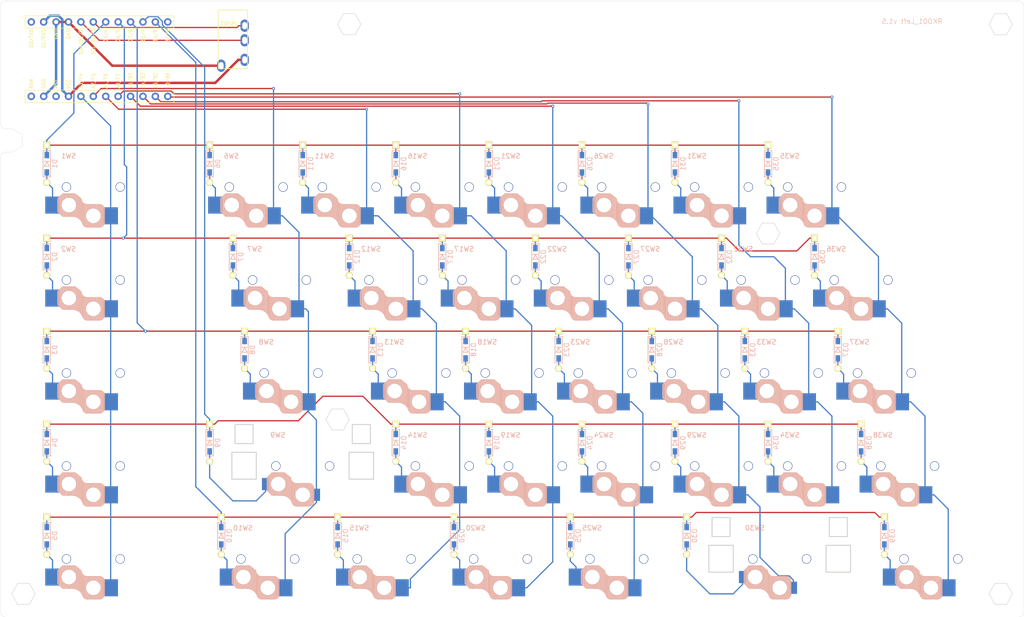
<source format=kicad_pcb>
(kicad_pcb (version 20240108) (generator "pcbnew") (generator_version "8.0")
  (layers (0 "F.Cu" signal) (31 "B.Cu" signal) (34 "B.Paste" user) (35 "F.Paste" user) (36 "B.SilkS" user "B.Silkscreen") (37 "F.SilkS" user "F.Silkscreen") (38 "B.Mask" user) (39 "F.Mask" user) (44 "Edge.Cuts" user))
  (net 0 "")
  (net 1 "Row0")
  (net 2 "Net-(D35-A)")
  (net 3 "Net-(D36-A)")
  (net 4 "Row1")
  (net 5 "Row2")
  (net 6 "Net-(D37-A)")
  (net 7 "Net-(D38-A)")
  (net 8 "Row3")
  (net 9 "Row4")
  (net 10 "Net-(D39-A)")
  (net 11 "Net-(D6-A)")
  (net 12 "Net-(D7-A)")
  (net 13 "Net-(D8-A)")
  (net 14 "Net-(D9-A)")
  (net 15 "Net-(D10-A)")
  (net 16 "Net-(D11-A)")
  (net 17 "Net-(D12-A)")
  (net 18 "Net-(D13-A)")
  (net 19 "Net-(D14-A)")
  (net 20 "Net-(D15-A)")
  (net 21 "Net-(D16-A)")
  (net 22 "Net-(D17-A)")
  (net 23 "Net-(D18-A)")
  (net 24 "Net-(D19-A)")
  (net 25 "Net-(D20-A)")
  (net 26 "Net-(D21-A)")
  (net 27 "Net-(D22-A)")
  (net 28 "Net-(D23-A)")
  (net 29 "Net-(D24-A)")
  (net 30 "Net-(D25-A)")
  (net 31 "Net-(D26-A)")
  (net 32 "Net-(D27-A)")
  (net 33 "Net-(D28-A)")
  (net 34 "Net-(D29-A)")
  (net 35 "Net-(D30-A)")
  (net 36 "Net-(D31-A)")
  (net 37 "Net-(D32-A)")
  (net 38 "Net-(D33-A)")
  (net 39 "Net-(D34-A)")
  (net 40 "SDA")
  (net 41 "GND")
  (net 42 "SCL")
  (net 43 "VCC")
  (net 44 "Col0")
  (net 45 "Col1")
  (net 46 "Col2")
  (net 47 "Col3")
  (net 48 "Col4")
  (net 49 "Col5")
  (net 50 "Col6")
  (net 54 "Net-(D1-A)")
  (net 56 "Net-(D2-A)")
  (net 57 "Net-(D3-A)")
  (net 58 "Net-(D4-A)")
  (net 59 "Net-(D5-A)")
  (net 60 "Col7")
  (footprint "kbd_SW:Choc_Hotswap_1u" (layer "F.Cu") (at 130.9688 57.15)
    (property "Reference" "SW21")
    (property "Value" "SW_Push" (hide yes))
  )
  (footprint "kbd_Hole:m2_Spacer_Hole_hex" (layer "F.Cu") (at 178.5938 66.675)
    (property "Reference" "M7")
    (property "Value" "Mark")
    (fp_line (start -2.4 0) (end -1.2 2.15) (stroke (width 0.1)) (layer "Edge.Cuts"))
    (fp_line (start -1.2 -2.15) (end -2.4 0) (stroke (width 0.1)) (layer "Edge.Cuts"))
    (fp_line (start -1.2 2.15) (end 1.2 2.15) (stroke (width 0.1)) (layer "Edge.Cuts"))
    (fp_line (start 1.2 -2.15) (end -1.2 -2.15) (stroke (width 0.1)) (layer "Edge.Cuts"))
    (fp_line (start 1.2 2.15) (end 2.4 0) (stroke (width 0.1)) (layer "Edge.Cuts"))
    (fp_line (start 2.4 0) (end 1.2 -2.15) (stroke (width 0.1)) (layer "Edge.Cuts"))
  )
  (footprint "kbd_Parts:Diode_TH_SMD" (layer "F.Cu") (at 197.6438 109.5375 -90)
    (property "Reference" "D38")
    (property "Value" "D" (hide yes))
  )
  (footprint "kbd_Parts:Diode_TH_SMD" (layer "F.Cu") (at 154.7813 90.4875 -90)
    (property "Reference" "D28")
    (property "Value" "D" (hide yes))
  )
  (footprint "kbd_SW:Choc_Hotswap_1u" (layer "F.Cu") (at 40.4813 114.3)
    (property "Reference" "SW4" (hide yes))
    (property "Value" "SW_Push" (hide yes))
  )
  (footprint "kbd_SW:Choc_Hotswap_1u" (layer "F.Cu") (at 211.9313 133.35)
    (property "Reference" "SW39" (hide yes))
    (property "Value" "SW_Push" (hide yes))
  )
  (footprint "kbd_Hole:m2_Screw_Hole" (layer "F.Cu") (at 83.3438 26.1937)
    (property "Reference" "M5")
    (property "Value" "Mark")
  )
  (footprint "kbd_SW:Choc_Hotswap_1u" (layer "F.Cu") (at 121.4438 76.2)
    (property "Reference" "SW17")
    (property "Value" "SW_Push" (hide yes))
  )
  (footprint "kbd_SW:Choc_Hotswap_1u" (layer "F.Cu") (at 107.1563 95.25)
    (property "Reference" "SW13")
    (property "Value" "SW_Push" (hide yes))
  )
  (footprint "kbd_SW:Choc_Hotswap_1u" (layer "F.Cu") (at 145.2563 95.25)
    (property "Reference" "SW23")
    (property "Value" "SW_Push" (hide yes))
  )
  (footprint "kbd_Parts:Diode_TH_SMD" (layer "F.Cu") (at 135.7313 90.4875 -90)
    (property "Reference" "D23")
    (property "Value" "D" (hide yes))
  )
  (footprint "kbd_Parts:Diode_TH_SMD" (layer "F.Cu") (at 66.6751 128.5875 -90)
    (property "Reference" "D10")
    (property "Value" "D" (hide yes))
  )
  (footprint "kbd_SW:Choc_Hotswap_1u" (layer "F.Cu") (at 111.9188 114.3)
    (property "Reference" "SW14")
    (property "Value" "SW_Push" (hide yes))
  )
  (footprint "kbd_SW:Choc_Hotswap_1u" (layer "F.Cu") (at 100.0126 133.35)
    (property "Reference" "SW15")
    (property "Value" "SW_Push" (hide yes))
  )
  (footprint "BrownSugar_KBD:ProMicro_r" (layer "F.Cu") (at 40.4813 30.9562 90)
    (property "Reference" "U1" (hide yes))
    (property "Value" "ProMicro" (hide yes))
  )
  (footprint "kbd_Parts:Diode_TH_SMD" (layer "F.Cu") (at 30.9563 90.4875 -90)
    (property "Reference" "D3")
    (property "Value" "D" (hide yes))
  )
  (footprint "kbd_Parts:Diode_TH_SMD" (layer "F.Cu") (at 114.3001 128.5875 -90)
    (property "Reference" "D20")
    (property "Value" "D" (hide yes))
  )
  (footprint "kbd_Parts:Diode_TH_SMD" (layer "F.Cu") (at 69.0563 71.4375 -90)
    (property "Reference" "D7")
    (property "Value" "D" (hide yes))
  )
  (footprint "kbd_Parts:Diode_TH_SMD" (layer "F.Cu") (at 178.5938 109.5375 -90)
    (property "Reference" "D34")
    (property "Value" "D" (hide yes))
  )
  (footprint "kbd_SW:Choc_Hotswap_1u" (layer "F.Cu") (at 102.3938 76.2)
    (property "Reference" "SW12")
    (property "Value" "SW_Push" (hide yes))
  )
  (footprint "kbd_Parts:Diode_TH_SMD" (layer "F.Cu") (at 30.9563 71.4375 -90)
    (property "Reference" "D2")
    (property "Value" "D" (hide yes))
  )
  (footprint "kbd_Hole:m2_Spacer_Hole_hex" (layer "F.Cu") (at 90.4875 104.775)
    (property "Reference" "M8")
    (property "Value" "Mark")
    (fp_line (start -2.4 0) (end -1.2 2.15) (stroke (width 0.1)) (layer "Edge.Cuts"))
    (fp_line (start -1.2 -2.15) (end -2.4 0) (stroke (width 0.1)) (layer "Edge.Cuts"))
    (fp_line (start -1.2 2.15) (end 1.2 2.15) (stroke (width 0.1)) (layer "Edge.Cuts"))
    (fp_line (start 1.2 -2.15) (end -1.2 -2.15) (stroke (width 0.1)) (layer "Edge.Cuts"))
    (fp_line (start 1.2 2.15) (end 2.4 0) (stroke (width 0.1)) (layer "Edge.Cuts"))
    (fp_line (start 2.4 0) (end 1.2 -2.15) (stroke (width 0.1)) (layer "Edge.Cuts"))
  )
  (footprint "kbd_SW:Choc_Hotswap_1u" (layer "F.Cu") (at 183.3563 95.25)
    (property "Reference" "SW33")
    (property "Value" "SW_Push" (hide yes))
  )
  (footprint "kbd_SW:Choc_Hotswap_1u" (layer "F.Cu") (at 147.6376 133.35)
    (property "Reference" "SW25")
    (property "Value" "SW_Push" (hide yes))
  )
  (footprint "kbd_SW:Choc_Hotswap_1u" (layer "F.Cu") (at 92.8688 57.15)
    (property "Reference" "SW11")
    (property "Value" "SW_Push" (hide yes))
  )
  (footprint "BrownSugar_KBD:TRRS_PJ-320A" (layer "F.Cu") (at 69.0563 20.8987)
    (property "Reference" "J1")
    (property "Value" "TRRS" (hide yes))
  )
  (footprint "kbd_Parts:Diode_TH_SMD" (layer "F.Cu") (at 169.0688 71.4375 -90)
    (property "Reference" "D32")
    (property "Value" "D" (hide yes))
  )
  (footprint "kbd_SW:Choc_Hotswap_1u" (layer "F.Cu") (at 140.4938 76.2)
    (property "Reference" "SW22")
    (property "Value" "SW_Push" (hide yes))
  )
  (footprint "kbd_Hole:m2_Spacer_Hole_hex" (layer "F.Cu") (at 226.2188 23.8125)
    (property "Reference" "M2")
    (property "Value" "Mark")
    (fp_line (start -2.4 0) (end -1.2 2.15) (stroke (width 0.1)) (layer "Edge.Cuts"))
    (fp_line (start -1.2 -2.15) (end -2.4 0) (stroke (width 0.1)) (layer "Edge.Cuts"))
    (fp_line (start -1.2 2.15) (end 1.2 2.15) (stroke (width 0.1)) (layer "Edge.Cuts"))
    (fp_line (start 1.2 -2.15) (end -1.2 -2.15) (stroke (width 0.1)) (layer "Edge.Cuts"))
    (fp_line (start 1.2 2.15) (end 2.4 0) (stroke (width 0.1)) (layer "Edge.Cuts"))
    (fp_line (start 2.4 0) (end 1.2 -2.15) (stroke (width 0.1)) (layer "Edge.Cuts"))
  )
  (footprint "kbd_Parts:Diode_TH_SMD" (layer "F.Cu") (at 159.5438 109.5375 -90)
    (property "Reference" "D29")
    (property "Value" "D" (hide yes))
  )
  (footprint "kbd_Hole:m2_Screw_Hole" (layer "F.Cu") (at 83.3438 35.7187)
    (property "Reference" "M6")
    (property "Value" "Mark")
  )
  (footprint "kbd_Parts:Diode_TH_SMD" (layer "F.Cu") (at 202.4063 128.5875 -90)
    (property "Reference" "D39")
    (property "Value" "D" (hide yes))
  )
  (footprint "kbd_SW:Choc_Hotswap_1u" (layer "F.Cu") (at 159.5438 76.2)
    (property "Reference" "SW27")
    (property "Value" "SW_Push" (hide yes))
  )
  (footprint "kbd_Parts:Diode_TH_SMD" (layer "F.Cu") (at 30.9563 109.5375 -90)
    (property "Reference" "D4")
    (property "Value" "D" (hide yes))
  )
  (footprint "kbd_SW:Choc_Hotswap_1u" (layer "F.Cu") (at 130.9688 114.3)
    (property "Reference" "SW19")
    (property "Value" "SW_Push" (hide yes))
  )
  (footprint "kbd_Parts:Diode_TH_SMD" (layer "F.Cu") (at 97.6313 90.4875 -90)
    (property "Reference" "D13")
    (property "Value" "D" (hide yes))
  )
  (footprint "kbd_Parts:Diode_TH_SMD" (layer "F.Cu") (at 30.9563 128.5875 -90)
    (property "Reference" "D5")
    (property "Value" "D" (hide yes))
  )
  (footprint "kbd_SW:Choc_Hotswap_1u" (layer "F.Cu") (at 169.0688 114.3)
    (property "Reference" "SW29")
    (property "Value" "SW_Push" (hide yes))
  )
  (footprint "kbd_SW:Choc_Hotswap_1u" (layer "F.Cu") (at 76.2001 133.35)
    (property "Reference" "SW10")
    (property "Value" "SW_Push" (hide yes))
  )
  (footprint "kbd_Parts:Diode_TH_SMD" (layer "F.Cu") (at 159.5438 52.3875 -90)
    (property "Reference" "D31")
    (property "Value" "D" (hide yes))
  )
  (footprint "kbd_SW:Choc_Hotswap_1u" (layer "F.Cu") (at 197.6438 76.2)
    (property "Reference" "SW36")
    (property "Value" "SW_Push" (hide yes))
  )
  (footprint "kbd_SW:Choc_Hotswap_1u" (layer "F.Cu") (at 126.2063 95.25)
    (property "Reference" "SW18")
    (property "Value" "SW_Push" (hide yes))
  )
  (footprint "kbd_SW:Choc_Hotswap_1u" (layer "F.Cu") (at 111.9188 57.15)
    (property "Reference" "SW16")
    (property "Value" "SW_Push" (hide yes))
  )
  (footprint "kbd_Hole:m2_Spacer_Hole_hex" (layer "F.Cu") (at 92.8688 23.8125)
    (property "Reference" "M1")
    (property "Value" "Mark")
    (fp_line (start -2.4 0) (end -1.2 2.15) (stroke (width 0.1)) (layer "Edge.Cuts"))
    (fp_line (start -1.2 -2.15) (end -2.4 0) (stroke (width 0.1)) (layer "Edge.Cuts"))
    (fp_line (start -1.2 2.15) (end 1.2 2.15) (stroke (width 0.1)) (layer "Edge.Cuts"))
    (fp_line (start 1.2 -2.15) (end -1.2 -2.15) (stroke (width 0.1)) (layer "Edge.Cuts"))
    (fp_line (start 1.2 2.15) (end 2.4 0) (stroke (width 0.1)) (layer "Edge.Cuts"))
    (fp_line (start 2.4 0) (end 1.2 -2.15) (stroke (width 0.1)) (layer "Edge.Cuts"))
  )
  (footprint "kbd_SW:Choc_Hotswap_1u" (layer "F.Cu") (at 188.1188 57.15)
    (property "Reference" "SW35")
    (property "Value" "SW_Push" (hide yes))
  )
  (footprint "kbd_Parts:Diode_TH_SMD" (layer "F.Cu") (at 121.4438 109.5375 -90)
    (property "Reference" "D19")
    (property "Value" "D" (hide yes))
  )
  (footprint "kbd_Hole:m2_Spacer_Hole_hex" (layer "F.Cu") (at 226.2188 140.4937)
    (property "Reference" "M4")
    (property "Value" "Mark")
    (fp_line (start -2.4 0) (end -1.2 2.15) (stroke (width 0.1)) (layer "Edge.Cuts"))
    (fp_line (start -1.2 -2.15) (end -2.4 0) (stroke (width 0.1)) (layer "Edge.Cuts"))
    (fp_line (start -1.2 2.15) (end 1.2 2.15) (stroke (width 0.1)) (layer "Edge.Cuts"))
    (fp_line (start 1.2 -2.15) (end -1.2 -2.15) (stroke (width 0.1)) (layer "Edge.Cuts"))
    (fp_line (start 1.2 2.15) (end 2.4 0) (stroke (width 0.1)) (layer "Edge.Cuts"))
    (fp_line (start 2.4 0) (end 1.2 -2.15) (stroke (width 0.1)) (layer "Edge.Cuts"))
  )
  (footprint "kbd_Parts:Diode_TH_SMD" (layer "F.Cu") (at 64.2938 109.5375 -90)
    (property "Reference" "D9")
    (property "Value" "D" (hide yes))
  )
  (footprint "kbd_SW:Choc_Hotswap_1u" (layer "F.Cu") (at 188.1188 114.3)
    (property "Reference" "SW34")
    (property "Value" "SW_Push" (hide yes))
  )
  (footprint "kbd_Parts:Diode_TH_SMD" (layer "F.Cu") (at 173.8313 90.4875 -90)
    (property "Reference" "D33")
    (property "Value" "D" (hide yes))
  )
  (footprint "kbd_SW:Choc_Hotswap_1u" (layer "F.Cu") (at 164.3063 95.25)
    (property "Reference" "SW28")
    (property "Value" "SW_Push" (hide yes))
  )
  (footprint "kbd_SW:Choc_Hotswap_1u" (layer "F.Cu") (at 169.0688 57.15)
    (property "Reference" "SW31")
    (property "Value" "SW_Push" (hide yes))
  )
  (footprint "kbd_SW:Choc_Hotswap_1u" (layer "F.Cu") (at 73.8188 57.15)
    (property "Reference" "SW6")
    (property "Value" "SW_Push" (hide yes))
  )
  (footprint "kbd_Parts:Diode_TH_SMD" (layer "F.Cu") (at 30.9563 52.3875 -90)
    (property "Reference" "D1")
    (property "Value" "D" (hide yes))
  )
  (footprint "kbd_Parts:Diode_TH_SMD" (layer "F.Cu") (at 121.4438 52.3875 -90)
    (property "Reference" "D21")
    (property "Value" "D" (hide yes))
  )
  (footprint "kbd_Parts:Diode_TH_SMD" (layer "F.Cu") (at 92.8688 71.4375 -90)
    (property "Reference" "D12")
    (property "Value" "D" (hide yes))
  )
  (footprint "kbd_Parts:Diode_TH_SMD" (layer "F.Cu") (at 64.2938 52.3875 -90)
    (property "Reference" "D6")
    (property "Value" "D" (hide yes))
  )
  (footprint "kbd_SW:Choc_Hotswap_1u" (layer "F.Cu") (at 150.0188 57.15)
    (property "Reference" "SW26")
    (property "Value" "SW_Push" (hide yes))
  )
  (footprint "kbd_Parts:Diode_TH_SMD" (layer "F.Cu") (at 140.4938 52.3875 -90)
    (property "Reference" "D26")
    (property "Value" "D" (hide yes))
  )
  (footprint "kbd_Parts:Diode_TH_SMD" (layer "F.Cu") (at 71.4376 90.4875 -90)
    (property "Reference" "D8")
    (property "Value" "D" (hide yes))
  )
  (footprint "kbd_Parts:Diode_TH_SMD" (layer "F.Cu") (at 102.3938 109.5375 -90)
    (property "Reference" "D14")
    (property "Value" "D" (hide yes))
  )
  (footprint "kbd_SW:Choc_Hotswap_1u" (layer "F.Cu") (at 40.4813 57.15)
    (property "Reference" "SW1")
    (property "Value" "SW_Push" (hide yes))
  )
  (footprint "kbd_SW:Choc_Hotswap_1u" (layer "F.Cu") (at 202.4063 95.25)
    (property "Reference" "SW37")
    (property "Value" "SW_Push" (hide yes))
  )
  (footprint "kbd_Parts:Diode_TH_SMD" (layer "F.Cu") (at 83.3438 52.3875 -90)
    (property "Reference" "D11")
    (property "Value" "D" (hide yes))
  )
  (footprint "kbd_SW:Choc_Hotswap_1u" (layer "F.Cu") (at 78.5813 76.2)
    (property "Reference" "SW7")
    (property "Value" "SW_Push" (hide yes))
  )
  (footprint "kbd_SW:Choc_Hotswap_1u" (layer "F.Cu") (at 150.0188 114.3)
    (property "Reference" "SW24")
    (property "Value" "SW_Push" (hide yes))
  )
  (footprint "kbd_Parts:Diode_TH_SMD" (layer "F.Cu") (at 178.5938 52.3875 -90)
    (property "Reference" "D35")
    (property "Value" "D" (hide yes))
  )
  (footprint "kbd_Parts:Diode_TH_SMD" (layer "F.Cu") (at 138.1126 128.5875 -90)
    (property "Reference" "D25")
    (property "Value" "D" (hide yes))
  )
  (footprint "kbd_Parts:Diode_TH_SMD" (layer "F.Cu") (at 192.8813 90.4875 -90)
    (property "Reference" "D37")
    (property "Value" "D" (hide yes))
  )
  (footprint "kbd_SW:Choc_Hotswap_1u" (layer "F.Cu") (at 80.9626 95.25)
    (property "Reference" "SW8")
    (property "Value" "SW_Push" (hide yes))
  )
  (footprint "kbd_Parts:Diode_TH_SMD" (layer "F.Cu") (at 90.4876 128.5875 -90)
    (property "Reference" "D15")
    (property "Value" "D" (hide yes))
  )
  (footprint "kbd_Parts:Diode_TH_SMD" (layer "F.Cu") (at 140.4938 109.5375 -90)
    (property "Reference" "D24")
    (property "Value" "D" (hide yes))
  )
  (footprint "kbd_Parts:Diode_TH_SMD" (layer "F.Cu") (at 150.0188 71.4375 -90)
    (property "Reference" "D27")
    (property "Value" "D" (hide yes))
  )
  (footprint "kbd_Hole:m2_Spacer_Hole_hex" (layer "F.Cu") (at 26.1938 140.4937)
    (property "Reference" "M3")
    (property "Value" "Mark")
    (fp_line (start -2.4 0) (end -1.2 2.15) (stroke (width 0.1)) (layer "Edge.Cuts"))
    (fp_line (start -1.2 -2.15) (end -2.4 0) (stroke (width 0.1)) (layer "Edge.Cuts"))
    (fp_line (start -1.2 2.15) (end 1.2 2.15) (stroke (width 0.1)) (layer "Edge.Cuts"))
    (fp_line (start 1.2 -2.15) (end -1.2 -2.15) (stroke (width 0.1)) (layer "Edge.Cuts"))
    (fp_line (start 1.2 2.15) (end 2.4 0) (stroke (width 0.1)) (layer "Edge.Cuts"))
    (fp_line (start 2.4 0) (end 1.2 -2.15) (stroke (width 0.1)) (layer "Edge.Cuts"))
  )
  (footprint "kbd_Parts:Diode_TH_SMD" (layer "F.Cu") (at 116.6813 90.4875 -90)
    (property "Reference" "D18")
    (property "Value" "D" (hide yes))
  )
  (footprint "kbd_SW:Choc_Hotswap_1u" (layer "F.Cu") (at 40.4813 95.25)
    (property "Reference" "SW3" (hide yes))
    (property "Value" "SW_Push" (hide yes))
  )
  (footprint "kbd_SW:Choc_Hotswap_2u_Stab" (layer "F.Cu") (at 83.3438 114.3)
    (property "Reference" "SW9")
    (property "Value" "SW_Push" (hide yes))
    (fp_line (start -14.5 -2.8) (end -9.5 -2.8) (stroke (width 0.2)) (layer "Edge.Cuts"))
    (fp_line (start -14.5 2.7) (end -14.5 -2.8) (stroke (width 0.2)) (layer "Edge.Cuts"))
    (fp_line (start -13.85 -8.5) (end -10.15 -8.5) (stroke (width 0.2)) (layer "Edge.Cuts"))
    (fp_line (start -13.85 -4.6) (end -13.85 -8.5) (stroke (width 0.2)) (layer "Edge.Cuts"))
    (fp_line (start -10.15 -8.5) (end -10.15 -4.6) (stroke (width 0.2)) (layer "Edge.Cuts"))
    (fp_line (start -10.15 -4.6) (end -13.85 -4.6) (stroke (width 0.2)) (layer "Edge.Cuts"))
    (fp_line (start -9.5 -2.8) (end -9.5 2.7) (stroke (width 0.2)) (layer "Edge.Cuts"))
    (fp_line (start -9.5 2.7) (end -14.5 2.7) (stroke (width 0.2)) (layer "Edge.Cuts"))
    (fp_line (start 9.5 -2.8) (end 9.5 2.7) (stroke (width 0.2)) (layer "Edge.Cuts"))
    (fp_line (start 9.5 2.7) (end 14.5 2.7) (stroke (width 0.2)) (layer "Edge.Cuts"))
    (fp_line (start 10.15 -8.5) (end 10.15 -4.6) (stroke (width 0.2)) (layer "Edge.Cuts"))
    (fp_line (start 10.15 -4.6) (end 13.85 -4.6) (stroke (width 0.2)) (layer "Edge.Cuts"))
    (fp_line (start 13.85 -8.5) (end 10.15 -8.5) (stroke (width 0.2)) (layer "Edge.Cuts"))
    (fp_line (start 13.85 -8.5) (end 13.85 -4.6) (stroke (width 0.2)) (layer "Edge.Cuts"))
    (fp_line (start 14.5 -2.8) (end 9.5 -2.8) (stroke (width 0.2)) (layer "Edge.Cuts"))
    (fp_line (start 14.5 2.7) (end 14.5 -2.8) (stroke (width 0.2)) (layer "Edge.Cuts"))
  )
  (footprint "kbd_SW:Choc_Hotswap_1u" (layer "F.Cu") (at 178.5938 76.2)
    (property "Reference" "SW32")
    (property "Value" "SW_Push" (hide yes))
  )
  (footprint "kbd_Parts:Diode_TH_SMD" (layer "F.Cu") (at 111.9188 71.4375 -90)
    (property "Reference" "D17")
    (property "Value" "D" (hide yes))
  )
  (footprint "kbd_SW:Choc_Hotswap_1u" (layer "F.Cu") (at 40.4813 133.35)
    (property "Reference" "SW5" (hide yes))
    (property "Value" "SW_Push" (hide yes))
  )
  (footprint "kbd_Parts:Diode_TH_SMD" (layer "F.Cu") (at 161.9251 128.5875 -90)
    (property "Reference" "D30")
    (property "Value" "D" (hide yes))
  )
  (footprint "kbd_Parts:Diode_TH_SMD" (layer "F.Cu") (at 130.9688 71.4375 -90)
    (property "Reference" "D22")
    (property "Value" "D" (hide yes))
  )
  (footprint "kbd_Parts:Diode_TH_SMD" (layer "F.Cu") (at 102.3938 52.3875 -90)
    (property "Reference" "D16")
    (property "Value" "D" (hide yes))
  )
  (footprint "kbd_SW:Choc_Hotswap_1u" (layer "F.Cu") (at 40.4813 76.2)
    (property "Reference" "SW2")
    (property "Value" "SW_Push" (hide yes))
  )
  (footprint "kbd_SW:Choc_Hotswap_1u" (layer "F.Cu") (at 207.1688 114.3)
    (property "Reference" "SW38")
    (property "Value" "SW_Push" (hide yes))
  )
  (footprint "kbd_SW:Choc_Hotswap_2u_Stab" (layer "F.Cu") (at 180.9751 133.35)
    (property "Reference" "SW30")
    (property "Value" "SW_Push" (hide yes))
    (fp_line (start -14.5 -2.8) (end -9.5 -2.8) (stroke (width 0.2)) (layer "Edge.Cuts"))
    (fp_line (start -14.5 2.7) (end -14.5 -2.8) (stroke (width 0.2)) (layer "Edge.Cuts"))
    (fp_line (start -13.85 -8.5) (end -10.15 -8.5) (stroke (width 0.2)) (layer "Edge.Cuts"))
    (fp_line (start -13.85 -4.6) (end -13.85 -8.5) (stroke (width 0.2)) (layer "Edge.Cuts"))
    (fp_line (start -10.15 -8.5) (end -10.15 -4.6) (stroke (width 0.2)) (layer "Edge.Cuts"))
    (fp_line (start -10.15 -4.6) (end -13.85 -4.6) (stroke (width 0.2)) (layer "Edge.Cuts"))
    (fp_line (start -9.5 -2.8) (end -9.5 2.7) (stroke (width 0.2)) (layer "Edge.Cuts"))
    (fp_line (start -9.5 2.7) (end -14.5 2.7) (stroke (width 0.2)) (layer "Edge.Cuts"))
    (fp_line (start 9.5 -2.8) (end 9.5 2.7) (stroke (width 0.2)) (layer "Edge.Cuts"))
    (fp_line (start 9.5 2.7) (end 14.5 2.7) (stroke (width 0.2)) (layer "Edge.Cuts"))
    (fp_line (start 10.15 -8.5) (end 10.15 -4.6) (stroke (width 0.2)) (layer "Edge.Cuts"))
    (fp_line (start 10.15 -4.6) (end 13.85 -4.6) (stroke (width 0.2)) (layer "Edge.Cuts"))
    (fp_line (start 13.85 -8.5) (end 10.15 -8.5) (stroke (width 0.2)) (layer "Edge.Cuts"))
    (fp_line (start 13.85 -8.5) (end 13.85 -4.6) (stroke (width 0.2)) (layer "Edge.Cuts"))
    (fp_line (start 14.5 -2.8) (end 9.5 -2.8) (stroke (width 0.2)) (layer "Edge.Cuts"))
    (fp_line (start 14.5 2.7) (end 14.5 -2.8) (stroke (width 0.2)) (layer "Edge.Cuts"))
  )
  (footprint "kbd_Parts:Diode_TH_SMD" (layer "F.Cu") (at 188.1188 71.4375 -90)
    (property "Reference" "D36")
    (property "Value" "D" (hide yes))
  )
  (footprint "kbd_SW:Choc_Hotswap_1u" (layer "F.Cu") (at 123.8251 133.35)
    (property "Reference" "SW20")
    (property "Value" "SW_Push" (hide yes))
  )
  (gr_line (start 21.43125 20.240625) (end 21.43125 44.053125) (stroke (width 0.05)) (layer "Edge.Cuts"))
  (gr_line (start 229.79065 19.05) (end 22.621875 19.05) (stroke (width 0.05)) (layer "Edge.Cuts"))
  (gr_line (start 22.621875 45.24375) (end 23.8125 45.225) (stroke (width 0.05)) (layer "Edge.Cuts"))
  (gr_arc (start 22.621875 45.24375) (mid 21.779976 44.895024) (end 21.43125 44.053125) (stroke (width 0.05)) (layer "Edge.Cuts"))
  (gr_line (start 25.9625 48.825) (end 23.8125 50.025) (stroke (width 0.05)) (layer "Edge.Cuts"))
  (gr_arc (start 22.621875 145.25625) (mid 21.779976 144.907524) (end 21.43125 144.065625) (stroke (width 0.05)) (layer "Edge.Cuts"))
  (gr_arc (start 229.79065 19.05) (mid 230.632524 19.398736) (end 230.981275 20.240625) (stroke (width 0.05)) (layer "Edge.Cuts"))
  (gr_arc (start 21.43125 51.196875) (mid 21.779976 50.354976) (end 22.621875 50.00625) (stroke (width 0.05)) (layer "Edge.Cuts"))
  (gr_arc (start 230.981275 144.06565) (mid 230.632542 144.907542) (end 229.79065 145.256275) (stroke (width 0.05)) (layer "Edge.Cuts"))
  (gr_line (start 25.9625 46.425) (end 25.9625 48.825) (stroke (width 0.05)) (layer "Edge.Cuts"))
  (gr_arc (start 21.43125 20.240625) (mid 21.779976 19.398726) (end 22.621875 19.05) (stroke (width 0.05)) (layer "Edge.Cuts"))
  (gr_line (start 22.621875 145.25625) (end 229.79065 145.256275) (stroke (width 0.05)) (layer "Edge.Cuts"))
  (gr_line (start 230.98125 144.065625) (end 230.981275 20.240625) (stroke (width 0.05)) (layer "Edge.Cuts"))
  (gr_line (start 22.621875 50.00625) (end 23.8125 50.025) (stroke (width 0.05)) (layer "Edge.Cuts"))
  (gr_line (start 21.43125 144.065625) (end 21.43125 51.196875) (stroke (width 0.05)) (layer "Edge.Cuts"))
  (gr_line (start 23.8125 45.225) (end 25.9625 46.425) (stroke (width 0.05)) (layer "Edge.Cuts"))
  (gr_text "RKD01_Left v1.5" (at 214.3125 23.8125 0) (layer "B.SilkS") (effects (font (size 1 1) (thickness 0.1)) (justify left bottom mirror)))
  (segment (start 102.3938 48.5775) (end 121.4438 48.5775) (width 0.25) (layer "F.Cu") (net 1))
  (segment (start 83.3438 48.5775) (end 102.3938 48.5775) (width 0.25) (layer "F.Cu") (net 1))
  (segment (start 140.4938 48.5775) (end 159.5438 48.5775) (width 0.25) (layer "F.Cu") (net 1))
  (segment (start 121.4438 48.5775) (end 140.4938 48.5775) (width 0.25) (layer "F.Cu") (net 1))
  (segment (start 30.9563 48.5775) (end 64.2938 48.5775) (width 0.25) (layer "F.Cu") (net 1))
  (segment (start 64.2938 48.5775) (end 83.3438 48.5775) (width 0.25) (layer "F.Cu") (net 1))
  (segment (start 178.5938 48.5775) (end 159.5438 48.5775) (width 0.25) (layer "F.Cu") (net 1))
  (segment (start 83.3438 50.6125) (end 83.3438 48.5775) (width 0.25) (layer "B.Cu") (net 1))
  (segment (start 102.3938 50.6125) (end 102.3938 48.5775) (width 0.25) (layer "B.Cu") (net 1))
  (segment (start 30.9563 50.6125) (end 30.9563 48.5775) (width 0.25) (layer "B.Cu") (net 1))
  (segment (start 121.4438 50.6125) (end 121.4438 48.5775) (width 0.25) (layer "B.Cu") (net 1))
  (segment (start 36.5052 29.8523) (end 36.5052 42.0034) (width 0.25) (layer "B.Cu") (net 1))
  (segment (start 178.5938 50.6125) (end 178.5938 48.5775) (width 0.25) (layer "B.Cu") (net 1))
  (segment (start 36.5052 42.0034) (end 30.9563 47.5523) (width 0.25) (layer "B.Cu") (net 1))
  (segment (start 140.4938 50.6125) (end 140.4938 48.5775) (width 0.25) (layer "B.Cu") (net 1))
  (segment (start 30.9563 48.5775) (end 30.9563 47.5523) (width 0.25) (layer "B.Cu") (net 1))
  (segment (start 159.5438 50.6125) (end 159.5438 48.5775) (width 0.25) (layer "B.Cu") (net 1))
  (segment (start 64.2938 50.6125) (end 64.2938 48.5775) (width 0.25) (layer "B.Cu") (net 1))
  (segment (start 43.0213 23.3362) (end 36.5052 29.8523) (width 0.25) (layer "B.Cu") (net 1))
  (segment (start 179.7688 57.3725) (end 179.7688 60.85) (width 0.25) (layer "B.Cu") (net 2))
  (segment (start 178.5938 56.1975) (end 179.7688 57.3725) (width 0.25) (layer "B.Cu") (net 2))
  (segment (start 178.5938 56.1975) (end 178.5938 54.1625) (width 0.25) (layer "B.Cu") (net 2))
  (segment (start 188.1188 75.2475) (end 189.2938 76.4225) (width 0.25) (layer "B.Cu") (net 3))
  (segment (start 189.2938 76.4225) (end 189.2938 79.9) (width 0.25) (layer "B.Cu") (net 3))
  (segment (start 188.1188 75.2475) (end 188.1188 73.2125) (width 0.25) (layer "B.Cu") (net 3))
  (segment (start 111.9188 67.6275) (end 92.8688 67.6275) (width 0.25) (layer "F.Cu") (net 4))
  (segment (start 111.9188 67.6275) (end 130.9688 67.6275) (width 0.25) (layer "F.Cu") (net 4))
  (segment (start 150.0188 67.6275) (end 169.0688 67.6275) (width 0.25) (layer "F.Cu") (net 4))
  (segment (start 30.9563 67.6275) (end 46.6279 67.6275) (width 0.25) (layer "F.Cu") (net 4))
  (segment (start 187.0936 67.6275) (end 184.474225 70.246875) (width 0.25) (layer "F.Cu") (net 4))
  (segment (start 172.713375 70.246875) (end 170.094 67.6275) (width 0.25) (layer "F.Cu") (net 4))
  (segment (start 184.474225 70.246875) (end 172.713375 70.246875) (width 0.25) (layer "F.Cu") (net 4))
  (segment (start 188.1188 67.6275) (end 187.0936 67.6275) (width 0.25) (layer "F.Cu") (net 4))
  (segment (start 46.6279 67.6275) (end 69.0563 67.6275) (width 0.25) (layer "F.Cu") (net 4))
  (segment (start 130.9688 67.6275) (end 150.0188 67.6275) (width 0.25) (layer "F.Cu") (net 4))
  (segment (start 92.8688 67.6275) (end 69.0563 67.6275) (width 0.25) (layer "F.Cu") (net 4))
  (segment (start 170.094 67.6275) (end 169.0688 67.6275) (width 0.25) (layer "F.Cu") (net 4))
  (via (at 46.6279 67.6275) (size 0.6) (drill 0.3) (layers "F.Cu" "B.Cu") (net 4))
  (segment (start 150.0188 69.6625) (end 150.0188 67.6275) (width 0.25) (layer "B.Cu") (net 4))
  (segment (start 47.3075 66.9479) (end 46.6279 67.6275) (width 0.25) (layer "B.Cu") (net 4))
  (segment (start 188.1188 69.6625) (end 188.1188 67.6275) (width 0.25) (layer "B.Cu") (net 4))
  (segment (start 46.8313 24.6062) (end 46.8313 52.5594) (width 0.25) (layer "B.Cu") (net 4))
  (segment (start 45.5613 23.3362) (end 46.8313 24.6062) (width 0.25) (layer "B.Cu") (net 4))
  (segment (start 47.3075 53.0356) (end 47.3075 66.9479) (width 0.25) (layer "B.Cu") (net 4))
  (segment (start 30.9563 69.6625) (end 30.9563 67.6275) (width 0.25) (layer "B.Cu") (net 4))
  (segment (start 111.9188 69.6625) (end 111.9188 67.6275) (width 0.25) (layer "B.Cu") (net 4))
  (segment (start 69.0563 69.6625) (end 69.0563 67.6275) (width 0.25) (layer "B.Cu") (net 4))
  (segment (start 169.0688 69.6625) (end 169.0688 67.6275) (width 0.25) (layer "B.Cu") (net 4))
  (segment (start 130.9688 69.6625) (end 130.9688 67.6275) (width 0.25) (layer "B.Cu") (net 4))
  (segment (start 92.8688 69.6625) (end 92.8688 67.6275) (width 0.25) (layer "B.Cu") (net 4))
  (segment (start 46.8313 52.5594) (end 47.3075 53.0356) (width 0.25) (layer "B.Cu") (net 4))
  (segment (start 192.8813 86.6775) (end 173.8313 86.6775) (width 0.25) (layer "F.Cu") (net 5))
  (segment (start 116.6813 86.6775) (end 135.7313 86.6775) (width 0.25) (layer "F.Cu") (net 5))
  (segment (start 71.4376 86.6775) (end 97.6313 86.6775) (width 0.25) (layer "F.Cu") (net 5))
  (segment (start 173.8313 86.6775) (end 154.7813 86.6775) (width 0.25) (layer "F.Cu") (net 5))
  (segment (start 97.6313 86.6775) (end 116.6813 86.6775) (width 0.25) (layer "F.Cu") (net 5))
  (segment (start 135.7313 86.6775) (end 154.7813 86.6775) (width 0.25) (layer "F.Cu") (net 5))
  (segment (start 51.1523 86.6775) (end 30.9563 86.6775) (width 0.25) (layer "F.Cu") (net 5))
  (segment (start 71.4376 86.6775) (end 51.1523 86.6775) (width 0.25) (layer "F.Cu") (net 5))
  (via (at 51.1523 86.6775) (size 0.6) (drill 0.3) (layers "F.Cu" "B.Cu") (net 5))
  (segment (start 116.6813 88.7125) (end 116.6813 86.6775) (width 0.25) (layer "B.Cu") (net 5))
  (segment (start 192.8813 88.7125) (end 192.8813 86.6775) (width 0.25) (layer "B.Cu") (net 5))
  (segment (start 49.4628 24.6977) (end 49.4628 84.988) (width 0.25) (layer "B.Cu") (net 5))
  (segment (start 71.4376 88.7125) (end 71.4376 86.6775) (width 0.25) (layer "B.Cu") (net 5))
  (segment (start 49.4628 84.988) (end 51.1523 86.6775) (width 0.25) (layer "B.Cu") (net 5))
  (segment (start 173.8313 88.7125) (end 173.8313 86.6775) (width 0.25) (layer "B.Cu") (net 5))
  (segment (start 135.7313 88.7125) (end 135.7313 86.6775) (width 0.25) (layer "B.Cu") (net 5))
  (segment (start 97.6313 88.7125) (end 97.6313 86.6775) (width 0.25) (layer "B.Cu") (net 5))
  (segment (start 154.7813 88.7125) (end 154.7813 86.6775) (width 0.25) (layer "B.Cu") (net 5))
  (segment (start 30.9563 88.7125) (end 30.9563 86.6775) (width 0.25) (layer "B.Cu") (net 5))
  (segment (start 48.1013 23.3362) (end 49.4628 24.6977) (width 0.25) (layer "B.Cu") (net 5))
  (segment (start 192.8813 94.2975) (end 192.8813 92.2625) (width 0.25) (layer "B.Cu") (net 6))
  (segment (start 192.8813 94.2975) (end 194.0563 95.4725) (width 0.25) (layer "B.Cu") (net 6))
  (segment (start 194.0563 95.4725) (end 194.0563 98.95) (width 0.25) (layer "B.Cu") (net 6))
  (segment (start 198.8188 114.5225) (end 198.8188 118) (width 0.25) (layer "B.Cu") (net 7))
  (segment (start 197.6438 113.3475) (end 197.6438 111.3125) (width 0.25) (layer "B.Cu") (net 7))
  (segment (start 197.6438 113.3475) (end 198.8188 114.5225) (width 0.25) (layer "B.Cu") (net 7))
  (segment (start 178.5938 105.7275) (end 197.6438 105.7275) (width 0.25) (layer "F.Cu") (net 8))
  (segment (start 82.435 105.0339) (end 87.4564 100.0125) (width 0.25) (layer "F.Cu") (net 8))
  (segment (start 87.4564 100.0125) (end 95.6536 100.0125) (width 0.25) (layer "F.Cu") (net 8))
  (segment (start 65.319 105.7275) (end 66.0126 105.0339) (width 0.25) (layer "F.Cu") (net 8))
  (segment (start 140.4938 105.7275) (end 121.4438 105.7275) (width 0.25) (layer "F.Cu") (net 8))
  (segment (start 140.4938 105.7275) (end 159.5438 105.7275) (width 0.25) (layer "F.Cu") (net 8))
  (segment (start 66.0126 105.0339) (end 82.435 105.0339) (width 0.25) (layer "F.Cu") (net 8))
  (segment (start 64.2938 105.7275) (end 65.319 105.7275) (width 0.25) (layer "F.Cu") (net 8))
  (segment (start 95.6536 100.0125) (end 101.3686 105.7275) (width 0.25) (layer "F.Cu") (net 8))
  (segment (start 64.2938 105.7275) (end 30.9563 105.7275) (width 0.25) (layer "F.Cu") (net 8))
  (segment (start 102.3938 105.7275) (end 121.4438 105.7275) (width 0.25) (layer "F.Cu") (net 8))
  (segment (start 159.5438 105.7275) (end 178.5938 105.7275) (width 0.25) (layer "F.Cu") (net 8))
  (segment (start 101.3686 105.7275) (end 102.3938 105.7275) (width 0.25) (layer "F.Cu") (net 8))
  (segment (start 140.4938 107.7625) (end 140.4938 105.7275) (width 0.25) (layer "B.Cu") (net 8))
  (segment (start 64.2938 105.7275) (end 64.2938 104.7023) (width 0.25) (layer "B.Cu") (net 8))
  (segment (start 30.9563 107.7625) (end 30.9563 105.7275) (width 0.25) (layer "B.Cu") (net 8))
  (segment (start 178.5938 107.7625) (end 178.5938 105.7275) (width 0.25) (layer "B.Cu") (net 8))
  (segment (start 63.2686 32.6039) (end 63.2686 103.6771) (width 0.25) (layer "B.Cu") (net 8))
  (segment (start 51.7344 22.2431) (end 53.6543 22.2431) (width 0.25) (layer "B.Cu") (net 8))
  (segment (start 54.6326 23.2214) (end 54.6326 23.9679) (width 0.25) (layer "B.Cu") (net 8))
  (segment (start 102.3938 107.7625) (end 102.3938 105.7275) (width 0.25) (layer "B.Cu") (net 8))
  (segment (start 159.5438 107.7625) (end 159.5438 105.7275) (width 0.25) (layer "B.Cu") (net 8))
  (segment (start 63.2686 103.6771) (end 64.2938 104.7023) (width 0.25) (layer "B.Cu") (net 8))
  (segment (start 50.6413 23.3362) (end 51.7344 22.2431) (width 0.25) (layer "B.Cu") (net 8))
  (segment (start 54.6326 23.9679) (end 63.2686 32.6039) (width 0.25) (layer "B.Cu") (net 8))
  (segment (start 53.6543 22.2431) (end 54.6326 23.2214) (width 0.25) (layer "B.Cu") (net 8))
  (segment (start 64.2938 107.7625) (end 64.2938 105.7275) (width 0.25) (layer "B.Cu") (net 8))
  (segment (start 197.6438 107.7625) (end 197.6438 105.7275) (width 0.25) (layer "B.Cu") (net 8))
  (segment (start 121.4438 107.7625) (end 121.4438 105.7275) (width 0.25) (layer "B.Cu") (net 8))
  (segment (start 163.9028 123.825) (end 162.9503 124.7775) (width 0.25) (layer "F.Cu") (net 9))
  (segment (start 202.4063 124.7775) (end 201.3811 124.7775) (width 0.25) (layer "F.Cu") (net 9))
  (segment (start 200.4286 123.825) (end 163.9028 123.825) (width 0.25) (layer "F.Cu") (net 9))
  (segment (start 161.9251 124.7775) (end 138.1126 124.7775) (width 0.25) (layer "F.Cu") (net 9))
  (segment (start 114.3001 124.7775) (end 90.4876 124.7775) (width 0.25) (layer "F.Cu") (net 9))
  (segment (start 201.3811 124.7775) (end 200.4286 123.825) (width 0.25) (layer "F.Cu") (net 9))
  (segment (start 138.1126 124.7775) (end 114.3001 124.7775) (width 0.25) (layer "F.Cu") (net 9))
  (segment (start 30.9563 124.7775) (end 66.6751 124.7775) (width 0.25) (layer "F.Cu") (net 9))
  (segment (start 90.4876 124.7775) (end 66.6751 124.7775) (width 0.25) (layer "F.Cu") (net 9))
  (segment (start 162.9503 124.7775) (end 161.9251 124.7775) (width 0.25) (layer "F.Cu") (net 9))
  (segment (start 53.1813 23.3362) (end 61.4508 31.6057) (width 0.25) (layer "B.Cu") (net 9))
  (segment (start 202.4063 126.8125) (end 202.4063 124.7775) (width 0.25) (layer "B.Cu") (net 9))
  (segment (start 66.6751 124.7775) (end 66.6751 123.7523) (width 0.25) (layer "B.Cu") (net 9))
  (segment (start 90.4876 126.8125) (end 90.4876 124.7775) (width 0.25) (layer "B.Cu") (net 9))
  (segment (start 61.4509 118.5281) (end 66.6751 123.7523) (width 0.25) (layer "B.Cu") (net 9))
  (segment (start 114.3001 126.8125) (end 114.3001 124.7775) (width 0.25) (layer "B.Cu") (net 9))
  (segment (start 30.9563 126.8125) (end 30.9563 124.7775) (width 0.25) (layer "B.Cu") (net 9))
  (segment (start 61.4508 118.5281) (end 61.4509 118.5281) (width 0.25) (layer "B.Cu") (net 9))
  (segment (start 161.9251 126.8125) (end 161.9251 124.7775) (width 0.25) (layer "B.Cu") (net 9))
  (segment (start 138.1126 126.8125) (end 138.1126 124.7775) (width 0.25) (layer "B.Cu") (net 9))
  (segment (start 61.4508 31.6057) (end 61.4508 118.5281) (width 0.25) (layer "B.Cu") (net 9))
  (segment (start 66.6751 126.8125) (end 66.6751 124.7775) (width 0.25) (layer "B.Cu") (net 9))
  (segment (start 202.4063 132.3975) (end 202.4063 130.3625) (width 0.25) (layer "B.Cu") (net 10))
  (segment (start 203.5813 133.5725) (end 203.5813 137.05) (width 0.25) (layer "B.Cu") (net 10))
  (segment (start 202.4063 132.3975) (end 203.5813 133.5725) (width 0.25) (layer "B.Cu") (net 10))
  (segment (start 65.4688 57.3725) (end 65.4688 60.85) (width 0.25) (layer "B.Cu") (net 11))
  (segment (start 64.2938 56.1975) (end 64.2938 54.1625) (width 0.25) (layer "B.Cu") (net 11))
  (segment (start 64.2938 56.1975) (end 65.4688 57.3725) (width 0.25) (layer "B.Cu") (net 11))
  (segment (start 69.0563 75.2475) (end 70.2313 76.4225) (width 0.25) (layer "B.Cu") (net 12))
  (segment (start 70.2313 76.4225) (end 70.2313 79.9) (width 0.25) (layer "B.Cu") (net 12))
  (segment (start 69.0563 75.2475) (end 69.0563 73.2125) (width 0.25) (layer "B.Cu") (net 12))
  (segment (start 72.6126 95.4725) (end 72.6126 98.95) (width 0.25) (layer "B.Cu") (net 13))
  (segment (start 71.4376 94.2975) (end 71.4376 92.2625) (width 0.25) (layer "B.Cu") (net 13))
  (segment (start 71.4376 94.2975) (end 72.6126 95.4725) (width 0.25) (layer "B.Cu") (net 13))
  (segment (start 64.2938 111.3125) (end 64.2938 113.3475) (width 0.25) (layer "B.Cu") (net 14))
  (segment (start 69.05625 121.44375) (end 64.2938 116.6813) (width 0.25) (layer "B.Cu") (net 14))
  (segment (start 73.81875 121.44375) (end 69.05625 121.44375) (width 0.25) (layer "B.Cu") (net 14))
  (segment (start 75.7438 119.5187) (end 73.81875 121.44375) (width 0.25) (layer "B.Cu") (net 14))
  (segment (start 75.7438 118) (end 75.7438 119.5187) (width 0.25) (layer "B.Cu") (net 14))
  (segment (start 64.2938 116.6813) (end 64.2938 113.3475) (width 0.25) (layer "B.Cu") (net 14))
  (segment (start 67.8501 133.5725) (end 67.8501 137.05) (width 0.25) (layer "B.Cu") (net 15))
  (segment (start 66.6751 132.3975) (end 67.8501 133.5725) (width 0.25) (layer "B.Cu") (net 15))
  (segment (start 66.6751 132.3975) (end 66.6751 130.3625) (width 0.25) (layer "B.Cu") (net 15))
  (segment (start 83.3438 56.1975) (end 84.5188 57.3725) (width 0.25) (layer "B.Cu") (net 16))
  (segment (start 84.5188 57.3725) (end 84.5188 60.85) (width 0.25) (layer "B.Cu") (net 16))
  (segment (start 83.3438 56.1975) (end 83.3438 54.1625) (width 0.25) (layer "B.Cu") (net 16))
  (segment (start 92.8688 75.2475) (end 94.0438 76.4225) (width 0.25) (layer "B.Cu") (net 17))
  (segment (start 94.0438 76.4225) (end 94.0438 79.9) (width 0.25) (layer "B.Cu") (net 17))
  (segment (start 92.8688 75.2475) (end 92.8688 73.2125) (width 0.25) (layer "B.Cu") (net 17))
  (segment (start 97.6313 94.2975) (end 97.6313 92.2625) (width 0.25) (layer "B.Cu") (net 18))
  (segment (start 98.8063 95.4725) (end 98.8063 98.95) (width 0.25) (layer "B.Cu") (net 18))
  (segment (start 97.6313 94.2975) (end 98.8063 95.4725) (width 0.25) (layer "B.Cu") (net 18))
  (segment (start 102.3938 113.3475) (end 102.3938 111.3125) (width 0.25) (layer "B.Cu") (net 19))
  (segment (start 102.3938 113.3475) (end 103.5688 114.5225) (width 0.25) (layer "B.Cu") (net 19))
  (segment (start 103.5688 114.5225) (end 103.5688 118) (width 0.25) (layer "B.Cu") (net 19))
  (segment (start 90.4876 132.3975) (end 91.6626 133.5725) (width 0.25) (layer "B.Cu") (net 20))
  (segment (start 90.4876 132.3975) (end 90.4876 130.3625) (width 0.25) (layer "B.Cu") (net 20))
  (segment (start 91.6626 133.5725) (end 91.6626 137.05) (width 0.25) (layer "B.Cu") (net 20))
  (segment (start 102.3938 56.1975) (end 102.3938 54.1625) (width 0.25) (layer "B.Cu") (net 21))
  (segment (start 103.5688 57.3725) (end 103.5688 60.85) (width 0.25) (layer "B.Cu") (net 21))
  (segment (start 102.3938 56.1975) (end 103.5688 57.3725) (width 0.25) (layer "B.Cu") (net 21))
  (segment (start 113.0938 76.4225) (end 113.0938 79.9) (width 0.25) (layer "B.Cu") (net 22))
  (segment (start 111.9188 75.2475) (end 113.0938 76.4225) (width 0.25) (layer "B.Cu") (net 22))
  (segment (start 111.9188 75.2475) (end 111.9188 73.2125) (width 0.25) (layer "B.Cu") (net 22))
  (segment (start 117.8563 95.4725) (end 117.8563 98.95) (width 0.25) (layer "B.Cu") (net 23))
  (segment (start 116.6813 94.2975) (end 117.8563 95.4725) (width 0.25) (layer "B.Cu") (net 23))
  (segment (start 116.6813 94.2975) (end 116.6813 92.2625) (width 0.25) (layer "B.Cu") (net 23))
  (segment (start 121.4438 113.3475) (end 121.4438 111.3125) (width 0.25) (layer "B.Cu") (net 24))
  (segment (start 122.6188 114.5225) (end 122.6188 118) (width 0.25) (layer "B.Cu") (net 24))
  (segment (start 121.4438 113.3475) (end 122.6188 114.5225) (width 0.25) (layer "B.Cu") (net 24))
  (segment (start 114.3001 132.3975) (end 114.3001 130.3625) (width 0.25) (layer "B.Cu") (net 25))
  (segment (start 115.4751 133.5725) (end 115.4751 137.05) (width 0.25) (layer "B.Cu") (net 25))
  (segment (start 114.3001 132.3975) (end 115.4751 133.5725) (width 0.25) (layer "B.Cu") (net 25))
  (segment (start 121.4438 56.1975) (end 122.6188 57.3725) (width 0.25) (layer "B.Cu") (net 26))
  (segment (start 122.6188 57.3725) (end 122.6188 60.85) (width 0.25) (layer "B.Cu") (net 26))
  (segment (start 121.4438 56.1975) (end 121.4438 54.1625) (width 0.25) (layer "B.Cu") (net 26))
  (segment (start 130.9688 75.2475) (end 130.9688 73.2125) (width 0.25) (layer "B.Cu") (net 27))
  (segment (start 132.1438 76.4225) (end 132.1438 79.9) (width 0.25) (layer "B.Cu") (net 27))
  (segment (start 130.9688 75.2475) (end 132.1438 76.4225) (width 0.25) (layer "B.Cu") (net 27))
  (segment (start 136.9063 95.4725) (end 136.9063 98.95) (width 0.25) (layer "B.Cu") (net 28))
  (segment (start 135.7313 94.2975) (end 135.7313 92.2625) (width 0.25) (layer "B.Cu") (net 28))
  (segment (start 135.7313 94.2975) (end 136.9063 95.4725) (width 0.25) (layer "B.Cu") (net 28))
  (segment (start 140.4938 113.3475) (end 140.4938 111.3125) (width 0.25) (layer "B.Cu") (net 29))
  (segment (start 140.4938 113.3475) (end 141.6688 114.5225) (width 0.25) (layer "B.Cu") (net 29))
  (segment (start 141.6688 114.5225) (end 141.6688 118) (width 0.25) (layer "B.Cu") (net 29))
  (segment (start 139.2876 137.05) (end 139.2876 134.9733) (width 0.25) (layer "B.Cu") (net 30))
  (segment (start 138.1126 132.3975) (end 138.1126 130.3625) (width 0.25) (layer "B.Cu") (net 30))
  (segment (start 138.1126 133.7983) (end 139.2876 134.9733) (width 0.25) (layer "B.Cu") (net 30))
  (segment (start 138.1126 132.3975) (end 138.1126 133.7983) (width 0.25) (layer "B.Cu") (net 30))
  (segment (start 141.6688 57.3725) (end 141.6688 60.85) (width 0.25) (layer "B.Cu") (net 31))
  (segment (start 140.4938 56.1975) (end 141.6688 57.3725) (width 0.25) (layer "B.Cu") (net 31))
  (segment (start 140.4938 56.1975) (end 140.4938 54.1625) (width 0.25) (layer "B.Cu") (net 31))
  (segment (start 150.0188 75.2475) (end 150.0188 73.2125) (width 0.25) (layer "B.Cu") (net 32))
  (segment (start 150.0188 75.2475) (end 151.1938 76.4225) (width 0.25) (layer "B.Cu") (net 32))
  (segment (start 151.1938 76.4225) (end 151.1938 79.9) (width 0.25) (layer "B.Cu") (net 32))
  (segment (start 154.7813 94.2975) (end 155.9563 95.4725) (width 0.25) (layer "B.Cu") (net 33))
  (segment (start 155.9563 95.4725) (end 155.9563 98.95) (width 0.25) (layer "B.Cu") (net 33))
  (segment (start 154.7813 94.2975) (end 154.7813 92.2625) (width 0.25) (layer "B.Cu") (net 33))
  (segment (start 160.7188 114.5225) (end 160.7188 118) (width 0.25) (layer "B.Cu") (net 34))
  (segment (start 159.5438 113.3475) (end 160.7188 114.5225) (width 0.25) (layer "B.Cu") (net 34))
  (segment (start 159.5438 113.3475) (end 159.5438 111.3125) (width 0.25) (layer "B.Cu") (net 34))
  (segment (start 166.6875 140.49375) (end 161.925 135.73125) (width 0.25) (layer "B.Cu") (net 35))
  (segment (start 161.925 132.3976) (end 161.9251 132.3975) (width 0.25) (layer "B.Cu") (net 35))
  (segment (start 173.3751 138.56865) (end 171.45 140.49375) (width 0.25) (layer "B.Cu") (net 35))
  (segment (start 173.3751 137.05) (end 173.3751 138.56865) (width 0.25) (layer "B.Cu") (net 35))
  (segment (start 161.9251 130.3625) (end 161.9251 132.3975) (width 0.25) (layer "B.Cu") (net 35))
  (segment (start 171.45 140.49375) (end 166.6875 140.49375) (width 0.25) (layer "B.Cu") (net 35))
  (segment (start 161.925 135.73125) (end 161.925 132.3976) (width 0.25) (layer "B.Cu") (net 35))
  (segment (start 159.5438 56.1975) (end 160.7188 57.3725) (width 0.25) (layer "B.Cu") (net 36))
  (segment (start 159.5438 56.1975) (end 159.5438 54.1625) (width 0.25) (layer "B.Cu") (net 36))
  (segment (start 160.7188 57.3725) (end 160.7188 60.85) (width 0.25) (layer "B.Cu") (net 36))
  (segment (start 169.0688 75.2475) (end 169.0688 73.2125) (width 0.25) (layer "B.Cu") (net 37))
  (segment (start 170.2438 76.4225) (end 170.2438 79.9) (width 0.25) (layer "B.Cu") (net 37))
  (segment (start 169.0688 75.2475) (end 170.2438 76.4225) (width 0.25) (layer "B.Cu") (net 37))
  (segment (start 173.8313 94.2975) (end 175.0063 95.4725) (width 0.25) (layer "B.Cu") (net 38))
  (segment (start 175.0063 95.4725) (end 175.0063 98.95) (width 0.25) (layer "B.Cu") (net 38))
  (segment (start 173.8313 94.2975) (end 173.8313 92.2625) (width 0.25) (layer "B.Cu") (net 38))
  (segment (start 178.5938 113.3475) (end 178.5938 111.3125) (width 0.25) (layer "B.Cu") (net 39))
  (segment (start 178.5938 113.3475) (end 179.7688 114.5225) (width 0.25) (layer "B.Cu") (net 39))
  (segment (start 179.7688 114.5225) (end 179.7688 118) (width 0.25) (layer "B.Cu") (net 39))
  (segment (start 41.7038 27.0987) (end 37.9413 23.3362) (width 0.25) (layer "F.Cu") (net 40))
  (segment (start 71.4563 27.0987) (end 41.7038 27.0987) (width 0.25) (layer "F.Cu") (net 40))
  (segment (start 66.6563 32.2987) (end 44.3638 32.2987) (width 0.5) (layer "F.Cu") (net 41))
  (segment (start 35.4013 23.3362) (end 32.8613 23.3362) (width 0.5) (layer "F.Cu") (net 41))
  (segment (start 44.3638 32.2987) (end 35.4013 23.3362) (width 0.5) (layer "F.Cu") (net 41))
  (segment (start 32.8613 36.0362) (end 30.3213 38.5762) (width 0.5) (layer "B.Cu") (net 41))
  (segment (start 32.8613 23.3362) (end 32.8613 36.0362) (width 0.5) (layer "B.Cu") (net 41))
  (segment (start 70.2796 24.0987) (end 69.9094 24.4689) (width 0.25) (layer "F.Cu") (net 42))
  (segment (start 71.4563 24.0987) (end 70.2796 24.0987) (width 0.25) (layer "F.Cu") (net 42))
  (segment (start 69.9094 24.4689) (end 41.614 24.4689) (width 0.25) (layer "F.Cu") (net 42))
  (segment (start 41.614 24.4689) (end 40.4813 23.3362) (width 0.25) (layer "F.Cu") (net 42))
  (segment (start 65.4366 35.8167) (end 38.1608 35.8167) (width 0.5) (layer "F.Cu") (net 43))
  (segment (start 71.4563 31.0987) (end 70.1546 31.0987) (width 0.5) (layer "F.Cu") (net 43))
  (segment (start 70.1546 31.0987) (end 65.4366 35.8167) (width 0.5) (layer "F.Cu") (net 43))
  (segment (start 38.1608 35.8167) (end 35.4013 38.5762) (width 0.5) (layer "F.Cu") (net 43))
  (segment (start 35.4013 38.5762) (end 34.1313 37.3062) (width 0.5) (layer "B.Cu") (net 43))
  (segment (start 31.5897 22.0678) (end 30.3213 23.3362) (width 0.5) (layer "B.Cu") (net 43))
  (segment (start 33.3743 22.0678) (end 31.5897 22.0678) (width 0.5) (layer "B.Cu") (net 43))
  (segment (start 34.1313 22.8248) (end 33.3743 22.0678) (width 0.5) (layer "B.Cu") (net 43))
  (segment (start 34.1313 37.3062) (end 34.1313 22.8248) (width 0.5) (layer "B.Cu") (net 43))
  (segment (start 44.0313 82.1) (end 44.0313 63.05) (width 0.25) (layer "B.Cu") (net 44))
  (segment (start 37.9413 38.5762) (end 44.0313 44.6662) (width 0.25) (layer "B.Cu") (net 44))
  (segment (start 44.0313 44.6662) (end 44.0313 63.05) (width 0.25) (layer "B.Cu") (net 44))
  (segment (start 44.0313 139.25) (end 44.0313 120.2) (width 0.25) (layer "B.Cu") (net 44))
  (segment (start 44.0313 101.15) (end 44.0313 120.2) (width 0.25) (layer "B.Cu") (net 44))
  (segment (start 44.0313 82.1) (end 44.0313 101.15) (width 0.25) (layer "B.Cu") (net 44))
  (segment (start 42.0863 36.9712) (end 77.3688 36.9712) (width 0.25) (layer "F.Cu") (net 45))
  (segment (start 40.4813 38.5762) (end 42.0863 36.9712) (width 0.25) (layer "F.Cu") (net 45))
  (via (at 77.3688 36.9712) (size 0.6) (drill 0.3) (layers "F.Cu" "B.Cu") (net 45))
  (segment (start 84.5126 102.1883) (end 84.5126 103.2267) (width 0.25) (layer "B.Cu") (net 45))
  (segment (start 82.1313 82.1) (end 82.5813 82.1) (width 0.25) (layer "B.Cu") (net 45))
  (segment (start 86.1438 120.2) (end 86.1438 121.7767) (width 0.25) (layer "B.Cu") (net 45))
  (segment (start 84.5126 101.15) (end 84.5126 82.6546) (width 0.25) (layer "B.Cu") (net 45))
  (segment (start 84.5126 102.1883) (end 84.5126 101.15) (width 0.25) (layer "B.Cu") (net 45))
  (segment (start 82.5813 66.4358) (end 79.1955 63.05) (width 0.25) (layer "B.Cu") (net 45))
  (segment (start 79.7501 128.1704) (end 79.7501 139.25) (width 0.25) (layer "B.Cu") (net 45))
  (segment (start 86.1438 104.8579) (end 84.5126 103.2267) (width 0.25) (layer "B.Cu") (net 45))
  (segment (start 77.3688 63.05) (end 77.3688 36.9712) (width 0.25) (layer "B.Cu") (net 45))
  (segment (start 82.5813 82.1) (end 83.958 82.1) (width 0.25) (layer "B.Cu") (net 45))
  (segment (start 84.5126 82.6546) (end 83.958 82.1) (width 0.25) (layer "B.Cu") (net 45))
  (segment (start 77.3688 63.05) (end 79.1955 63.05) (width 0.25) (layer "B.Cu") (net 45))
  (segment (start 86.1438 121.7767) (end 79.7501 128.1704) (width 0.25) (layer "B.Cu") (net 45))
  (segment (start 86.1438 120.2) (end 86.1438 104.8579) (width 0.25) (layer "B.Cu") (net 45))
  (segment (start 82.5813 82.1) (end 82.5813 66.4358) (width 0.25) (layer "B.Cu") (net 45))
  (segment (start 43.0213 38.5762) (end 45.6604 41.2153) (width 0.25) (layer "F.Cu") (net 46))
  (segment (start 45.6604 41.2153) (end 96.4188 41.2153) (width 0.25) (layer "F.Cu") (net 46))
  (via (at 96.4188 41.2153) (size 0.6) (drill 0.3) (layers "F.Cu" "B.Cu") (net 46))
  (segment (start 98.76875 63.05) (end 105.9438 70.22505) (width 0.25) (layer "B.Cu") (net 46))
  (segment (start 105.9438 82.1) (end 107.7705 82.1) (width 0.25) (layer "B.Cu") (net 46))
  (segment (start 96.4188 63.05) (end 98.76875 63.05) (width 0.25) (layer "B.Cu") (net 46))
  (segment (start 110.7063 101.15) (end 112.533 101.15) (width 0.25) (layer "B.Cu") (net 46))
  (segment (start 105.9438 70.22505) (end 105.9438 82.1) (width 0.25) (layer "B.Cu") (net 46))
  (segment (start 115.4688 120.2) (end 115.4688 104.0858) (width 0.25) (layer "B.Cu") (net 46))
  (segment (start 105.3893 137.4233) (end 115.4688 127.3438) (width 0.25) (layer "B.Cu") (net 46))
  (segment (start 107.7705 82.1) (end 110.7063 85.0358) (width 0.25) (layer "B.Cu") (net 46))
  (segment (start 105.3893 139.25) (end 105.3893 137.4233) (width 0.25) (layer "B.Cu") (net 46))
  (segment (start 96.4188 41.2153) (end 96.4188 63.05) (width 0.25) (layer "B.Cu") (net 46))
  (segment (start 115.4688 104.0858) (end 112.533 101.15) (width 0.25) (layer "B.Cu") (net 46))
  (segment (start 103.5626 139.25) (end 105.3893 139.25) (width 0.25) (layer "B.Cu") (net 46))
  (segment (start 115.4688 127.3438) (end 115.4688 120.2) (width 0.25) (layer "B.Cu") (net 46))
  (segment (start 110.7063 85.0358) (end 110.7063 101.15) (width 0.25) (layer "B.Cu") (net 46))
  (segment (start 56.9934 38.0579) (end 115.4688 38.0579) (width 0.25) (layer "F.Cu") (net 47))
  (segment (start 45.5613 38.5762) (end 46.6583 37.4792) (width 0.25) (layer "F.Cu") (net 47))
  (segment (start 56.4147 37.4792) (end 56.9934 38.0579) (width 0.25) (layer "F.Cu") (net 47))
  (segment (start 46.6583 37.4792) (end 56.4147 37.4792) (width 0.25) (layer "F.Cu") (net 47))
  (via (at 115.4688 38.0579) (size 0.6) (drill 0.3) (layers "F.Cu" "B.Cu") (net 47))
  (segment (start 122.5387 67.76995) (end 122.5387 67.77615) (width 0.25) (layer "B.Cu") (net 47))
  (segment (start 131.583 101.15) (end 134.5188 104.0858) (width 0.25) (layer "B.Cu") (net 47))
  (segment (start 117.81875 63.05) (end 122.5387 67.76995) (width 0.25) (layer "B.Cu") (net 47))
  (segment (start 124.9938 82.1) (end 126.8205 82.1) (width 0.25) (layer "B.Cu") (net 47))
  (segment (start 134.5188 133.933) (end 134.5188 120.2) (width 0.25) (layer "B.Cu") (net 47))
  (segment (start 115.4688 38.0579) (end 115.4688 63.05) (width 0.25) (layer "B.Cu") (net 47))
  (segment (start 127.3751 139.25) (end 129.2018 139.25) (width 0.25) (layer "B.Cu") (net 47))
  (segment (start 124.9938 70.23125) (end 124.9938 82.1) (width 0.25) (layer "B.Cu") (net 47))
  (segment (start 130.2063 85.4858) (end 126.8205 82.1) (width 0.25) (layer "B.Cu") (net 47))
  (segment (start 129.7563 101.15) (end 130.2063 101.15) (width 0.25) (layer "B.Cu") (net 47))
  (segment (start 122.5387 67.77615) (end 124.9938 70.23125) (width 0.25) (layer "B.Cu") (net 47))
  (segment (start 115.4688 63.05) (end 117.81875 63.05) (width 0.25) (layer "B.Cu") (net 47))
  (segment (start 130.2063 101.15) (end 130.2063 85.4858) (width 0.25) (layer "B.Cu") (net 47))
  (segment (start 130.2063 101.15) (end 131.583 101.15) (width 0.25) (layer "B.Cu") (net 47))
  (segment (start 129.2018 139.25) (end 134.5188 133.933) (width 0.25) (layer "B.Cu") (net 47))
  (segment (start 134.5188 104.0858) (end 134.5188 120.2) (width 0.25) (layer "B.Cu") (net 47))
  (segment (start 50.1136 40.5885) (end 134.5188 40.5885) (width 0.25) (layer "F.Cu") (net 48))
  (segment (start 48.1013 38.5762) (end 50.1136 40.5885) (width 0.25) (layer "F.Cu") (net 48))
  (via (at 134.5188 40.5885) (size 0.6) (drill 0.3) (layers "F.Cu" "B.Cu") (net 48))
  (segment (start 152.9688 120.2) (end 152.9688 103.4858) (width 0.25) (layer "B.Cu") (net 48))
  (segment (start 153.5688 120.2) (end 152.9688 120.2) (width 0.25) (layer "B.Cu") (net 48))
  (segment (start 145.8705 82.1) (end 148.8063 85.0358) (width 0.25) (layer "B.Cu") (net 48))
  (segment (start 151.1876 121.9812) (end 152.9688 120.2) (width 0.25) (layer "B.Cu") (net 48))
  (segment (start 134.5188 63.05) (end 134.5188 40.5885) (width 0.25) (layer "B.Cu") (net 48))
  (segment (start 144.0438 82.1) (end 145.8705 82.1) (width 0.25) (layer "B.Cu") (net 48))
  (segment (start 151.1876 139.25) (end 151.1876 121.9812) (width 0.25) (layer "B.Cu") (net 48))
  (segment (start 144.0438 82.1) (end 144.0438 70.764725) (width 0.25) (layer "B.Cu") (net 48))
  (segment (start 152.9688 103.4858) (end 150.633 101.15) (width 0.25) (layer "B.Cu") (net 48))
  (segment (start 148.8063 101.15) (end 150.633 101.15) (width 0.25) (layer "B.Cu") (net 48))
  (segment (start 136.329075 63.05) (end 134.5188 63.05) (width 0.25) (layer "B.Cu") (net 48))
  (segment (start 144.0438 70.764725) (end 136.329075 63.05) (width 0.25) (layer "B.Cu") (net 48))
  (segment (start 148.8063 85.0358) (end 148.8063 101.15) (width 0.25) (layer "B.Cu") (net 48))
  (segment (start 153.8489 39.9569) (end 154.0188 40.1268) (width 0.25) (layer "F.Cu") (net 49))
  (segment (start 50.6413 38.5762) (end 52.2019 40.1368) (width 0.25) (layer "F.Cu") (net 49))
  (segment (start 133.3393 40.1368) (end 133.5192 39.9569) (width 0.25) (layer "F.Cu") (net 49))
  (segment (start 52.2019 40.1368) (end 133.3393 40.1368) (width 0.25) (layer "F.Cu") (net 49))
  (segment (start 133.5192 39.9569) (end 153.8489 39.9569) (width 0.25) (layer "F.Cu") (net 49))
  (via (at 154.0188 40.1268) (size 0.6) (drill 0.3) (layers "F.Cu" "B.Cu") (net 49))
  (segment (start 176.9436 122.6981) (end 174.4455 120.2) (width 0.25) (layer "B.Cu") (net 49))
  (segment (start 163.0938 82.1) (end 164.9205 82.1) (width 0.25) (layer "B.Cu") (net 49))
  (segment (start 180.7378 136.8092) (end 176.9436 133.015) (width 0.25) (layer "B.Cu") (net 49))
  (segment (start 172.6188 120.2) (end 174.4455 120.2) (width 0.25) (layer "B.Cu") (net 49))
  (segment (start 168.3063 101.15) (end 169.683 101.15) (width 0.25) (layer "B.Cu") (net 49))
  (segment (start 154.7063 63.05) (end 163.0938 71.4375) (width 0.25) (layer "B.Cu") (net 49))
  (segment (start 183.7751 137.6733) (end 182.911 136.8092) (width 0.25) (layer "B.Cu") (net 49))
  (segment (start 154.0188 63.05) (end 154.0188 40.1268) (width 0.25) (layer "B.Cu") (net 49))
  (segment (start 168.3063 85.4858) (end 164.9205 82.1) (width 0.25) (layer "B.Cu") (net 49))
  (segment (start 153.5688 63.05) (end 154.0188 63.05) (width 0.25) (layer "B.Cu") (net 49))
  (segment (start 169.683 101.15) (end 172.6188 104.0858) (width 0.25) (layer "B.Cu") (net 49))
  (segment (start 183.7751 139.25) (end 183.7751 137.6733) (width 0.25) (layer "B.Cu") (net 49))
  (segment (start 182.911 136.8092) (end 180.7378 136.8092) (width 0.25) (layer "B.Cu") (net 49))
  (segment (start 167.8563 101.15) (end 168.3063 101.15) (width 0.25) (layer "B.Cu") (net 49))
  (segment (start 168.3063 101.15) (end 168.3063 85.4858) (width 0.25) (layer "B.Cu") (net 49))
  (segment (start 176.9436 133.015) (end 176.9436 122.6981) (width 0.25) (layer "B.Cu") (net 49))
  (segment (start 163.0938 71.4375) (end 163.0938 82.1) (width 0.25) (layer "B.Cu") (net 49))
  (segment (start 172.6188 104.0858) (end 172.6188 120.2) (width 0.25) (layer "B.Cu") (net 49))
  (segment (start 154.0188 63.05) (end 154.7063 63.05) (width 0.25) (layer "B.Cu") (net 49))
  (segment (start 54.2901 39.685) (end 53.1813 38.5762) (width 0.25) (layer "F.Cu") (net 50))
  (segment (start 132.1448 39.685) (end 54.2901 39.685) (width 0.25) (layer "F.Cu") (net 50))
  (segment (start 172.6188 39.497) (end 132.3328 39.497) (width 0.25) (layer "F.Cu") (net 50))
  (segment (start 132.3328 39.497) (end 132.1448 39.685) (width 0.25) (layer "F.Cu") (net 50))
  (via (at 172.6188 39.497) (size 0.6) (drill 0.3) (layers "F.Cu" "B.Cu") (net 50))
  (segment (start 172.6188 63.05) (end 172.6188 69.034425) (width 0.25) (layer "B.Cu") (net 50))
  (segment (start 175.021875 71.4375) (end 179.784375 71.4375) (width 0.25) (layer "B.Cu") (net 50))
  (segment (start 172.6188 69.034425) (end 175.021875 71.4375) (width 0.25) (layer "B.Cu") (net 50))
  (segment (start 191.6688 104.0858) (end 188.733 101.15) (width 0.25) (layer "B.Cu") (net 50))
  (segment (start 191.6688 120.2) (end 191.6688 104.0858) (width 0.25) (layer "B.Cu") (net 50))
  (segment (start 186.9063 85.0358) (end 186.9063 101.15) (width 0.25) (layer "B.Cu") (net 50))
  (segment (start 183.9705 82.1) (end 186.9063 85.0358) (width 0.25) (layer "B.Cu") (net 50))
  (segment (start 186.9063 101.15) (end 188.733 101.15) (width 0.25) (layer "B.Cu") (net 50))
  (segment (start 179.784375 71.4375) (end 182.1438 73.796925) (width 0.25) (layer "B.Cu") (net 50))
  (segment (start 182.1438 73.796925) (end 182.1438 82.1) (width 0.25) (layer "B.Cu") (net 50))
  (segment (start 182.1438 82.1) (end 183.9705 82.1) (width 0.25) (layer "B.Cu") (net 50))
  (segment (start 172.6188 39.497) (end 172.6188 63.05) (width 0.25) (layer "B.Cu") (net 50))
  (segment (start 32.1313 57.3725) (end 32.1313 60.85) (width 0.25) (layer "B.Cu") (net 54))
  (segment (start 30.9563 56.1975) (end 30.9563 54.1625) (width 0.25) (layer "B.Cu") (net 54))
  (segment (start 30.9563 56.1975) (end 32.1313 57.3725) (width 0.25) (layer "B.Cu") (net 54))
  (segment (start 30.9563 75.2475) (end 30.9563 73.2125) (width 0.25) (layer "B.Cu") (net 56))
  (segment (start 32.1313 76.4225) (end 32.1313 79.9) (width 0.25) (layer "B.Cu") (net 56))
  (segment (start 30.9563 75.2475) (end 32.1313 76.4225) (width 0.25) (layer "B.Cu") (net 56))
  (segment (start 30.9563 94.2975) (end 32.1313 95.4725) (width 0.25) (layer "B.Cu") (net 57))
  (segment (start 32.1313 95.4725) (end 32.1313 98.95) (width 0.25) (layer "B.Cu") (net 57))
  (segment (start 30.9563 94.2975) (end 30.9563 92.2625) (width 0.25) (layer "B.Cu") (net 57))
  (segment (start 30.9563 113.3475) (end 30.9563 111.3125) (width 0.25) (layer "B.Cu") (net 58))
  (segment (start 32.1313 114.5225) (end 32.1313 118) (width 0.25) (layer "B.Cu") (net 58))
  (segment (start 30.9563 113.3475) (end 32.1313 114.5225) (width 0.25) (layer "B.Cu") (net 58))
  (segment (start 30.9563 132.3975) (end 32.1313 133.5725) (width 0.25) (layer "B.Cu") (net 59))
  (segment (start 32.1313 133.5725) (end 32.1313 137.05) (width 0.25) (layer "B.Cu") (net 59))
  (segment (start 30.9563 132.3975) (end 30.9563 130.3625) (width 0.25) (layer "B.Cu") (net 59))
  (segment (start 191.6688 38.724) (end 55.8691 38.724) (width 0.25) (layer "F.Cu") (net 60))
  (segment (start 55.8691 38.724) (end 55.7213 38.5762) (width 0.25) (layer "F.Cu") (net 60))
  (via (at 191.6688 38.724) (size 0.6) (drill 0.3) (layers "F.Cu" "B.Cu") (net 60))
  (segment (start 191.6688 38.724) (end 191.6688 63.05) (width 0.25) (layer "B.Cu") (net 60))
  (segment (start 205.9563 101.15) (end 205.9563 85.0358) (width 0.25) (layer "B.Cu") (net 60))
  (segment (start 215.4813 123.1358) (end 215.4813 139.25) (width 0.25) (layer "B.Cu") (net 60))
  (segment (start 192.828125 63.05) (end 201.1938 71.415675) (width 0.25) (layer "B.Cu") (net 60))
  (segment (start 210.7188 120.2) (end 212.5455 120.2) (width 0.25) (layer "B.Cu") (net 60))
  (segment (start 205.9563 101.15) (end 207.783 101.15) (width 0.25) (layer "B.Cu") (net 60))
  (segment (start 207.783 101.15) (end 210.7188 104.0858) (width 0.25) (layer "B.Cu") (net 60))
  (segment (start 191.6688 63.05) (end 192.828125 63.05) (width 0.25) (layer "B.Cu") (net 60))
  (segment (start 212.5455 120.2) (end 215.4813 123.1358) (width 0.25) (layer "B.Cu") (net 60))
  (segment (start 210.7188 104.0858) (end 210.7188 120.2) (width 0.25) (layer "B.Cu") (net 60))
  (segment (start 205.9563 85.0358) (end 203.0205 82.1) (width 0.25) (layer "B.Cu") (net 60))
  (segment (start 201.1938 82.1) (end 203.0205 82.1) (width 0.25) (layer "B.Cu") (net 60))
  (segment (start 201.1938 71.415675) (end 201.1938 82.1) (width 0.25) (layer "B.Cu") (net 60))
)
</source>
